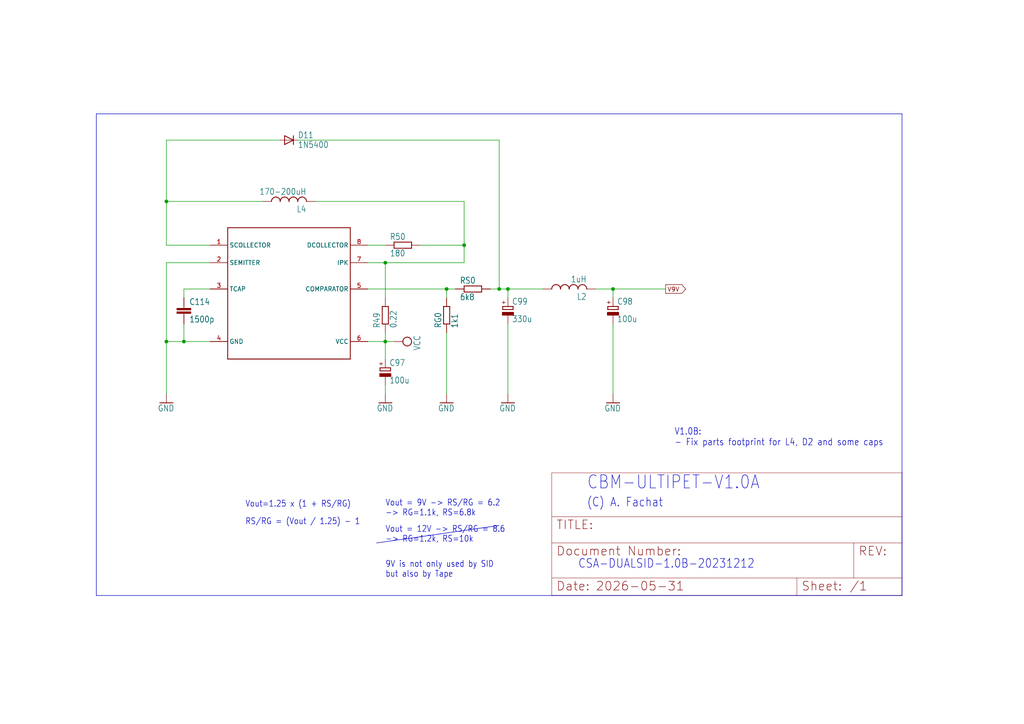
<source format=kicad_sch>
(kicad_sch (version 20230121) (generator eeschema)
  (paper "A4")
  (lib_symbols
    (symbol "cbm_ultipet_v1-eagle-import:1N5400"
      (property "Reference" "D" (at 2.54 0.4826 0))
      (symbol "1N5400_1_0"
        (polyline (pts (xy -1.27 -1.27) (xy 1.27 0)) (stroke (width 0.254)))
        (polyline (pts (xy -1.27 1.27) (xy -1.27 -1.27)) (stroke (width 0.254)))
        (polyline (pts (xy 1.27 0) (xy -1.27 1.27)) (stroke (width 0.254)))
        (polyline (pts (xy 1.27 0) (xy 1.27 -1.27)) (stroke (width 0.254)))
        (polyline (pts (xy 1.27 1.27) (xy 1.27 0)) (stroke (width 0.254)))
        (pin passive line (at -2.54 0 0) (length 2.54) (name "A") (number "A"))
        (pin passive line (at 2.54 0 180) (length 2.54) (name "C") (number "C"))
      )
    )
    (symbol "cbm_ultipet_v1-eagle-import:C-EU025-024X044"
      (property "Reference" "C" (at 1.524 0.381 0))
      (symbol "C-EU025-024X044_1_0"
        (rectangle (start -2.032 -2.032) (end 2.032 -1.524) (fill (type outline)))
        (rectangle (start -2.032 -1.016) (end 2.032 -0.508) (fill (type outline)))
        (polyline (pts (xy 0 -2.54) (xy 0 -2.032)) (stroke (width 0.1524)))
        (polyline (pts (xy 0 0) (xy 0 -0.508)) (stroke (width 0.1524)))
        (pin passive line (at 0 2.54 270) (length 2.54) (name "1") (number "1"))
        (pin passive line (at 0 -5.08 90) (length 2.54) (name "2") (number "2"))
      )
    )
    (symbol "cbm_ultipet_v1-eagle-import:CPOL-EUE2.5-7"
      (property "Reference" "C" (at 1.143 0.4826 0))
      (symbol "CPOL-EUE2.5-7_1_0"
        (rectangle (start -1.651 -2.54) (end 1.651 -1.651) (fill (type outline)))
        (polyline (pts (xy -1.524 -0.889) (xy 1.524 -0.889)) (stroke (width 0.254)))
        (polyline (pts (xy -1.524 0) (xy -1.524 -0.889)) (stroke (width 0.254)))
        (polyline (pts (xy -1.524 0) (xy 1.524 0)) (stroke (width 0.254)))
        (polyline (pts (xy 1.524 -0.889) (xy 1.524 0)) (stroke (width 0.254)))
        (text "+" (at -0.5842 0.4064 900) (effects (font (size 1.27 1.0795)) (justify left bottom)))
        (pin passive line (at 0 2.54 270) (length 2.54) (name "+") (number "+"))
        (pin passive line (at 0 -5.08 90) (length 2.54) (name "-") (number "-"))
      )
    )
    (symbol "cbm_ultipet_v1-eagle-import:DOCFIELD"
      (symbol "DOCFIELD_1_0"
        (polyline (pts (xy 0 0) (xy 0 5.08)) (stroke (width 0.1016)))
        (polyline (pts (xy 0 0) (xy 71.12 0)) (stroke (width 0.1016)))
        (polyline (pts (xy 0 5.08) (xy 0 15.24)) (stroke (width 0.1016)))
        (polyline (pts (xy 0 5.08) (xy 71.12 5.08)) (stroke (width 0.1016)))
        (polyline (pts (xy 0 15.24) (xy 0 22.86)) (stroke (width 0.1016)))
        (polyline (pts (xy 0 22.86) (xy 0 35.56)) (stroke (width 0.1016)))
        (polyline (pts (xy 0 22.86) (xy 101.6 22.86)) (stroke (width 0.1016)))
        (polyline (pts (xy 71.12 0) (xy 101.6 0)) (stroke (width 0.1016)))
        (polyline (pts (xy 71.12 5.08) (xy 71.12 0)) (stroke (width 0.1016)))
        (polyline (pts (xy 71.12 5.08) (xy 87.63 5.08)) (stroke (width 0.1016)))
        (polyline (pts (xy 87.63 5.08) (xy 101.6 5.08)) (stroke (width 0.1016)))
        (polyline (pts (xy 87.63 15.24) (xy 0 15.24)) (stroke (width 0.1016)))
        (polyline (pts (xy 87.63 15.24) (xy 87.63 5.08)) (stroke (width 0.1016)))
        (polyline (pts (xy 101.6 5.08) (xy 101.6 0)) (stroke (width 0.1016)))
        (polyline (pts (xy 101.6 15.24) (xy 87.63 15.24)) (stroke (width 0.1016)))
        (polyline (pts (xy 101.6 15.24) (xy 101.6 5.08)) (stroke (width 0.1016)))
        (polyline (pts (xy 101.6 22.86) (xy 101.6 15.24)) (stroke (width 0.1016)))
        (polyline (pts (xy 101.6 35.56) (xy 0 35.56)) (stroke (width 0.1016)))
        (polyline (pts (xy 101.6 35.56) (xy 101.6 22.86)) (stroke (width 0.1016)))
        (text "${#}/${##}" (at 86.36 1.27 0) (effects (font (size 2.54 2.54)) (justify left bottom)))
        (text "${CURRENT_DATE}" (at 12.7 1.27 0) (effects (font (size 2.54 2.54)) (justify left bottom)))
        (text "${PROJECTNAME}" (at 17.78 19.05 0) (effects (font (size 2.54 2.54)) (justify left bottom)))
        (text "Date:" (at 1.27 1.27 0) (effects (font (size 2.54 2.54)) (justify left bottom)))
        (text "Document Number:" (at 1.27 11.43 0) (effects (font (size 2.54 2.54)) (justify left bottom)))
        (text "REV:" (at 88.9 11.43 0) (effects (font (size 2.54 2.54)) (justify left bottom)))
        (text "Sheet:" (at 72.39 1.27 0) (effects (font (size 2.54 2.54)) (justify left bottom)))
        (text "TITLE:" (at 1.27 19.05 0) (effects (font (size 2.54 2.54)) (justify left bottom)))
      )
    )
    (symbol "cbm_ultipet_v1-eagle-import:GND" (power)
      (property "Value" "GND" (at -2.54 -2.54 0))
      (symbol "GND_1_0"
        (polyline (pts (xy -1.905 0) (xy 1.905 0)) (stroke (width 0.254)))
        (pin power_in line (at 0 2.54 270) (length 2.54) (name "GND") (number "1"))
      )
    )
    (symbol "cbm_ultipet_v1-eagle-import:L-US0204/7"
      (property "Reference" "L" (at -1.27 -5.08 90))
      (symbol "L-US0204/7_1_0"
        (arc (start 0 -5.08) (mid 0.898 -4.708) (end 1.27 -3.81) (stroke (width 0.254)))
        (arc (start 0 -2.54) (mid 0.898 -2.168) (end 1.27 -1.27) (stroke (width 0.254)))
        (arc (start 0 0) (mid 0.898 0.372) (end 1.27 1.27) (stroke (width 0.254)))
        (arc (start 0 2.54) (mid 0.898 2.912) (end 1.27 3.81) (stroke (width 0.254)))
        (arc (start 1.27 -3.81) (mid 0.898 -2.912) (end 0 -2.54) (stroke (width 0.254)))
        (arc (start 1.27 -1.27) (mid 0.898 -0.372) (end 0 0) (stroke (width 0.254)))
        (arc (start 1.27 1.27) (mid 0.898 2.168) (end 0 2.54) (stroke (width 0.254)))
        (arc (start 1.27 3.81) (mid 0.898 4.708) (end 0 5.08) (stroke (width 0.254)))
        (pin passive line (at 0 7.62 270) (length 2.54) (name "1") (number "1"))
        (pin passive line (at 0 -7.62 90) (length 2.54) (name "2") (number "2"))
      )
    )
    (symbol "cbm_ultipet_v1-eagle-import:L-USTJ4-U2"
      (property "Reference" "L" (at -1.27 -5.08 90))
      (symbol "L-USTJ4-U2_1_0"
        (arc (start 0 -5.08) (mid 0.898 -4.708) (end 1.27 -3.81) (stroke (width 0.254)))
        (arc (start 0 -2.54) (mid 0.898 -2.168) (end 1.27 -1.27) (stroke (width 0.254)))
        (arc (start 0 0) (mid 0.898 0.372) (end 1.27 1.27) (stroke (width 0.254)))
        (arc (start 0 2.54) (mid 0.898 2.912) (end 1.27 3.81) (stroke (width 0.254)))
        (arc (start 1.27 -3.81) (mid 0.898 -2.912) (end 0 -2.54) (stroke (width 0.254)))
        (arc (start 1.27 -1.27) (mid 0.898 -0.372) (end 0 0) (stroke (width 0.254)))
        (arc (start 1.27 1.27) (mid 0.898 2.168) (end 0 2.54) (stroke (width 0.254)))
        (arc (start 1.27 3.81) (mid 0.898 4.708) (end 0 5.08) (stroke (width 0.254)))
        (pin passive line (at 0 7.62 270) (length 2.54) (name "1") (number "1"))
        (pin passive line (at 0 -7.62 90) (length 2.54) (name "2") (number "2"))
      )
    )
    (symbol "cbm_ultipet_v1-eagle-import:MC34063A"
      (symbol "MC34063A_1_0"
        (polyline (pts (xy -7.62 -20.32) (xy -7.62 17.78)) (stroke (width 0.254)))
        (polyline (pts (xy -7.62 17.78) (xy 27.94 17.78)) (stroke (width 0.254)))
        (polyline (pts (xy 27.94 -20.32) (xy -7.62 -20.32)) (stroke (width 0.254)))
        (polyline (pts (xy 27.94 17.78) (xy 27.94 -20.32)) (stroke (width 0.254)))
        (pin bidirectional line (at -12.7 12.7 0) (length 5.08) (name "SCOLLECTOR") (number "1"))
        (pin bidirectional line (at -12.7 7.62 0) (length 5.08) (name "SEMITTER") (number "2"))
        (pin bidirectional line (at -12.7 0 0) (length 5.08) (name "TCAP") (number "3"))
        (pin bidirectional line (at -12.7 -15.24 0) (length 5.08) (name "GND") (number "4"))
        (pin bidirectional line (at 33.02 0 180) (length 5.08) (name "COMPARATOR") (number "5"))
        (pin bidirectional line (at 33.02 -15.24 180) (length 5.08) (name "VCC") (number "6"))
        (pin bidirectional line (at 33.02 7.62 180) (length 5.08) (name "IPK") (number "7"))
        (pin bidirectional line (at 33.02 12.7 180) (length 5.08) (name "DCOLLECTOR") (number "8"))
      )
    )
    (symbol "cbm_ultipet_v1-eagle-import:R-EU_0204/7"
      (property "Reference" "R" (at -3.81 1.4986 0))
      (symbol "R-EU_0204/7_1_0"
        (polyline (pts (xy -2.54 -0.889) (xy -2.54 0.889)) (stroke (width 0.254)))
        (polyline (pts (xy -2.54 -0.889) (xy 2.54 -0.889)) (stroke (width 0.254)))
        (polyline (pts (xy 2.54 -0.889) (xy 2.54 0.889)) (stroke (width 0.254)))
        (polyline (pts (xy 2.54 0.889) (xy -2.54 0.889)) (stroke (width 0.254)))
        (pin passive line (at -5.08 0 0) (length 2.54) (name "1") (number "1"))
        (pin passive line (at 5.08 0 180) (length 2.54) (name "2") (number "2"))
      )
    )
    (symbol "cbm_ultipet_v1-eagle-import:VCC" (power)
      (property "Value" "VCC" (at -1.905 3.175 0))
      (symbol "VCC_1_0"
        (circle (center 0 1.27) (radius 1.27) (stroke (width 0.254)))
        (pin power_in line (at 0 -2.54 90) (length 2.54) (name "VCC") (number "1"))
      )
    )
  )
  (junction (at 111.76 76.2))
  (junction (at 48.26 58.42))
  (junction (at 53.34 99.06))
  (junction (at 144.78 83.82))
  (junction (at 129.54 83.82))
  (junction (at 48.26 99.06))
  (junction (at 147.32 83.82))
  (junction (at 177.8 83.82))
  (junction (at 111.76 99.06))
  (junction (at 134.62 71.12))
  (wire (pts (xy 106.68 71.12) (xy 111.76 71.12)) (stroke (width 0.1524)))
  (wire (pts (xy 111.76 76.2) (xy 134.62 76.2)) (stroke (width 0.1524)))
  (wire (pts (xy 129.54 96.52) (xy 129.54 114.3)) (stroke (width 0.1524)))
  (polyline (pts (xy 261.62 172.72) (xy 261.62 33.02)) (stroke (width 0.1524) (type solid)))
  (wire (pts (xy 147.32 93.98) (xy 147.32 114.3)) (stroke (width 0.1524)))
  (wire (pts (xy 142.24 83.82) (xy 144.78 83.82)) (stroke (width 0.1524)))
  (wire (pts (xy 60.96 71.12) (xy 48.26 71.12)) (stroke (width 0.1524)))
  (wire (pts (xy 60.96 83.82) (xy 53.34 83.82)) (stroke (width 0.1524)))
  (wire (pts (xy 53.34 83.82) (xy 53.34 86.36)) (stroke (width 0.1524)))
  (wire (pts (xy 134.62 71.12) (xy 134.62 76.2)) (stroke (width 0.1524)))
  (wire (pts (xy 144.78 83.82) (xy 147.32 83.82)) (stroke (width 0.1524)))
  (wire (pts (xy 129.54 86.36) (xy 129.54 83.82)) (stroke (width 0.1524)))
  (wire (pts (xy 111.76 96.52) (xy 111.76 99.06)) (stroke (width 0.1524)))
  (wire (pts (xy 53.34 99.06) (xy 48.26 99.06)) (stroke (width 0.1524)))
  (wire (pts (xy 111.76 86.36) (xy 111.76 76.2)) (stroke (width 0.1524)))
  (wire (pts (xy 134.62 58.42) (xy 134.62 71.12)) (stroke (width 0.1524)))
  (wire (pts (xy 106.68 76.2) (xy 111.76 76.2)) (stroke (width 0.1524)))
  (wire (pts (xy 121.92 71.12) (xy 134.62 71.12)) (stroke (width 0.1524)))
  (wire (pts (xy 48.26 71.12) (xy 48.26 58.42)) (stroke (width 0.1524)))
  (wire (pts (xy 177.8 93.98) (xy 177.8 114.3)) (stroke (width 0.1524)))
  (wire (pts (xy 172.72 83.82) (xy 177.8 83.82)) (stroke (width 0.1524)))
  (wire (pts (xy 53.34 93.98) (xy 53.34 99.06)) (stroke (width 0.1524)))
  (wire (pts (xy 86.36 40.64) (xy 144.78 40.64)) (stroke (width 0.1524)))
  (wire (pts (xy 60.96 76.2) (xy 48.26 76.2)) (stroke (width 0.1524)))
  (wire (pts (xy 111.76 114.3) (xy 111.76 111.76)) (stroke (width 0.1524)))
  (polyline (pts (xy 27.94 172.72) (xy 261.62 172.72)) (stroke (width 0.1524) (type solid)))
  (wire (pts (xy 106.68 99.06) (xy 111.76 99.06)) (stroke (width 0.1524)))
  (wire (pts (xy 111.76 99.06) (xy 114.3 99.06)) (stroke (width 0.1524)))
  (wire (pts (xy 48.26 40.64) (xy 48.26 58.42)) (stroke (width 0.1524)))
  (wire (pts (xy 48.26 99.06) (xy 48.26 114.3)) (stroke (width 0.1524)))
  (wire (pts (xy 144.78 40.64) (xy 144.78 83.82)) (stroke (width 0.1524)))
  (wire (pts (xy 129.54 83.82) (xy 132.08 83.82)) (stroke (width 0.1524)))
  (wire (pts (xy 91.44 58.42) (xy 134.62 58.42)) (stroke (width 0.1524)))
  (wire (pts (xy 111.76 104.14) (xy 111.76 99.06)) (stroke (width 0.1524)))
  (wire (pts (xy 60.96 99.06) (xy 53.34 99.06)) (stroke (width 0.1524)))
  (wire (pts (xy 106.68 83.82) (xy 129.54 83.82)) (stroke (width 0.1524)))
  (wire (pts (xy 177.8 83.82) (xy 193.04 83.82)) (stroke (width 0.1524)))
  (wire (pts (xy 147.32 83.82) (xy 157.48 83.82)) (stroke (width 0.1524)))
  (polyline (pts (xy 261.62 33.02) (xy 27.94 33.02)) (stroke (width 0.1524) (type solid)))
  (wire (pts (xy 76.2 58.42) (xy 48.26 58.42)) (stroke (width 0.1524)))
  (wire (pts (xy 177.8 83.82) (xy 177.8 86.36)) (stroke (width 0.1524)))
  (polyline (pts (xy 27.94 33.02) (xy 27.94 172.72)) (stroke (width 0.1524) (type solid)))
  (wire (pts (xy 147.32 83.82) (xy 147.32 86.36)) (stroke (width 0.1524)))
  (polyline (pts (xy 109.22 157.48) (xy 144.78 152.4)) (stroke (width 0.1524) (type solid)))
  (wire (pts (xy 48.26 76.2) (xy 48.26 99.06)) (stroke (width 0.1524)))
  (wire (pts (xy 81.28 40.64) (xy 48.26 40.64)) (stroke (width 0.1524)))
  (text "CSA-DUALSID-1.0B-20231212" (at 167.64 165.1 0) (effects (font (size 2.54 2.159)) (justify left bottom)))
  (text "Vout = 12V -> RS/RG = 8.6\n-> RG=1.2k, RS=10k" (at 111.76 157.48 0) (effects (font (size 1.778 1.5113)) (justify left bottom)))
  (text "Vout = 9V -> RS/RG = 6.2\n-> RG=1.1k, RS=6.8k" (at 111.76 149.86 0) (effects (font (size 1.778 1.5113)) (justify left bottom)))
  (text "(C) A. Fachat" (at 170.18 147.32 0) (effects (font (size 2.54 2.159)) (justify left bottom)))
  (text "CBM-ULTIPET-V1.0A" (at 170.18 142.24 0) (effects (font (size 3.81 3.2385)) (justify left bottom)))
  (text "9V is not only used by SID\nbut also by Tape" (at 111.76 167.64 0) (effects (font (size 1.778 1.5113)) (justify left bottom)))
  (text "Vout=1.25 x (1 + RS/RG)" (at 71.12 147.32 0) (effects (font (size 1.778 1.5113)) (justify left bottom)))
  (text "V1.0B:\n- Fix parts footprint for L4, D2 and some caps" (at 195.58 129.54 0) (effects (font (size 1.9304 1.6408)) (justify left bottom)))
  (text "RS/RG = (Vout / 1.25) - 1" (at 71.12 152.4 0) (effects (font (size 1.778 1.5113)) (justify left bottom)))
  (global_label "V9V" (shape output) (at 193.04 83.82 0) (property "Intersheetrefs" "${INTERSHEET_REFS}" (effects hide)))
  (symbol (lib_id "cbm_ultipet_v1-eagle-import:R-EU_0204/7") (at 116.84 71.12 0) (unit 1)
    (property "Reference" "R50" (at 113.03 69.6214 0) (effects (font (size 1.778 1.5113)) (justify left bottom)))
    (property "Value" "180" (at 113.03 74.422 0) (effects (font (size 1.778 1.5113)) (justify left bottom)))
    (property "Footprint" "cbm_ultipet_v1:0204_7" (effects hide))
  )
  (symbol (lib_id "cbm_ultipet_v1-eagle-import:DOCFIELD") (at 160.02 172.72 0) (unit 1)
    (property "Reference" "#FRAME9" (effects hide))
    (property "Value" "DOCFIELD" (effects hide))
  )
  (symbol (lib_id "cbm_ultipet_v1-eagle-import:R-EU_0204/7") (at 137.16 83.82 0) (unit 1)
    (property "Reference" "RS0" (at 133.35 82.3214 0) (effects (font (size 1.778 1.5113)) (justify left bottom)))
    (property "Value" "6k8" (at 133.35 87.122 0) (effects (font (size 1.778 1.5113)) (justify left bottom)))
    (property "Footprint" "cbm_ultipet_v1:0204_7" (effects hide))
  )
  (symbol (lib_id "cbm_ultipet_v1-eagle-import:MC34063A") (at 73.66 83.82 0) (unit 1)
    (property "Reference" "U$24" (effects hide))
    (property "Value" "MC34063A" (effects hide))
    (property "Footprint" "cbm_ultipet_v1:DIL08" (effects hide))
  )
  (symbol (lib_id "cbm_ultipet_v1-eagle-import:GND") (at 111.76 116.84 0) (unit 1)
    (property "Reference" "#GND099" (effects hide))
    (property "Value" "GND" (at 109.22 119.38 0) (effects (font (size 1.778 1.5113)) (justify left bottom)))
  )
  (symbol (lib_id "cbm_ultipet_v1-eagle-import:L-USTJ4-U2") (at 83.82 58.42 90) (unit 1)
    (property "Reference" "L4" (at 88.9 59.69 90) (effects (font (size 1.778 1.5113)) (justify left bottom)))
    (property "Value" "170-200uH" (at 88.9 54.61 90) (effects (font (size 1.778 1.5113)) (justify left bottom)))
    (property "Footprint" "cbm_ultipet_v1:TJ4-U2" (effects hide))
  )
  (symbol (lib_id "cbm_ultipet_v1-eagle-import:CPOL-EUE2.5-7") (at 111.76 106.68 0) (unit 1)
    (property "Reference" "C97" (at 112.903 106.1974 0) (effects (font (size 1.778 1.5113)) (justify left bottom)))
    (property "Value" "100u" (at 112.903 111.2774 0) (effects (font (size 1.778 1.5113)) (justify left bottom)))
    (property "Footprint" "cbm_ultipet_v1:E2,5-7" (effects hide))
  )
  (symbol (lib_id "cbm_ultipet_v1-eagle-import:GND") (at 147.32 116.84 0) (unit 1)
    (property "Reference" "#GND098" (effects hide))
    (property "Value" "GND" (at 144.78 119.38 0) (effects (font (size 1.778 1.5113)) (justify left bottom)))
  )
  (symbol (lib_id "cbm_ultipet_v1-eagle-import:GND") (at 129.54 116.84 0) (unit 1)
    (property "Reference" "#GND0100" (effects hide))
    (property "Value" "GND" (at 127 119.38 0) (effects (font (size 1.778 1.5113)) (justify left bottom)))
  )
  (symbol (lib_id "cbm_ultipet_v1-eagle-import:GND") (at 48.26 116.84 0) (unit 1)
    (property "Reference" "#GND097" (effects hide))
    (property "Value" "GND" (at 45.72 119.38 0) (effects (font (size 1.778 1.5113)) (justify left bottom)))
  )
  (symbol (lib_id "cbm_ultipet_v1-eagle-import:CPOL-EUE2.5-7") (at 147.32 88.9 0) (unit 1)
    (property "Reference" "C99" (at 148.463 88.4174 0) (effects (font (size 1.778 1.5113)) (justify left bottom)))
    (property "Value" "330u" (at 148.463 93.4974 0) (effects (font (size 1.778 1.5113)) (justify left bottom)))
    (property "Footprint" "cbm_ultipet_v1:E2,5-7" (effects hide))
  )
  (symbol (lib_id "cbm_ultipet_v1-eagle-import:R-EU_0204/7") (at 129.54 91.44 90) (unit 1)
    (property "Reference" "RG0" (at 128.0414 95.25 0) (effects (font (size 1.778 1.5113)) (justify left bottom)))
    (property "Value" "1k1" (at 132.842 95.25 0) (effects (font (size 1.778 1.5113)) (justify left bottom)))
    (property "Footprint" "cbm_ultipet_v1:0204_7" (effects hide))
  )
  (symbol (lib_id "cbm_ultipet_v1-eagle-import:R-EU_0204/7") (at 111.76 91.44 90) (unit 1)
    (property "Reference" "R49" (at 110.2614 95.25 0) (effects (font (size 1.778 1.5113)) (justify left bottom)))
    (property "Value" "0.22" (at 115.062 95.25 0) (effects (font (size 1.778 1.5113)) (justify left bottom)))
    (property "Footprint" "cbm_ultipet_v1:0204_7" (effects hide))
  )
  (symbol (lib_id "cbm_ultipet_v1-eagle-import:L-US0204/7") (at 165.1 83.82 90) (unit 1)
    (property "Reference" "L2" (at 170.18 85.09 90) (effects (font (size 1.778 1.5113)) (justify left bottom)))
    (property "Value" "1uH" (at 170.18 80.01 90) (effects (font (size 1.778 1.5113)) (justify left bottom)))
    (property "Footprint" "cbm_ultipet_v1:0204_7@1" (effects hide))
  )
  (symbol (lib_id "cbm_ultipet_v1-eagle-import:CPOL-EUE2.5-7") (at 177.8 88.9 0) (unit 1)
    (property "Reference" "C98" (at 178.943 88.4174 0) (effects (font (size 1.778 1.5113)) (justify left bottom)))
    (property "Value" "100u" (at 178.943 93.4974 0) (effects (font (size 1.778 1.5113)) (justify left bottom)))
    (property "Footprint" "cbm_ultipet_v1:E2,5-7" (effects hide))
  )
  (symbol (lib_id "cbm_ultipet_v1-eagle-import:1N5400") (at 83.82 40.64 0) (unit 1)
    (property "Reference" "D11" (at 86.36 40.1574 0) (effects (font (size 1.778 1.5113)) (justify left bottom)))
    (property "Value" "1N5400" (at 86.36 42.9514 0) (effects (font (size 1.778 1.5113)) (justify left bottom)))
    (property "Footprint" "cbm_ultipet_v1:DO201-15" (effects hide))
  )
  (symbol (lib_id "cbm_ultipet_v1-eagle-import:VCC") (at 116.84 99.06 270) (unit 1)
    (property "Reference" "#SUPPLY04" (effects hide))
    (property "Value" "VCC" (at 120.015 97.155 0) (effects (font (size 1.778 1.5113)) (justify left bottom)))
  )
  (symbol (lib_id "cbm_ultipet_v1-eagle-import:C-EU025-024X044") (at 53.34 88.9 0) (unit 1)
    (property "Reference" "C114" (at 54.864 88.519 0) (effects (font (size 1.778 1.5113)) (justify left bottom)))
    (property "Value" "1500p" (at 54.864 93.599 0) (effects (font (size 1.778 1.5113)) (justify left bottom)))
    (property "Footprint" "cbm_ultipet_v1:C025-024X044" (effects hide))
  )
  (symbol (lib_id "cbm_ultipet_v1-eagle-import:GND") (at 177.8 116.84 0) (unit 1)
    (property "Reference" "#GND0101" (effects hide))
    (property "Value" "GND" (at 175.26 119.38 0) (effects (font (size 1.778 1.5113)) (justify left bottom)))
  )
)
</source>
